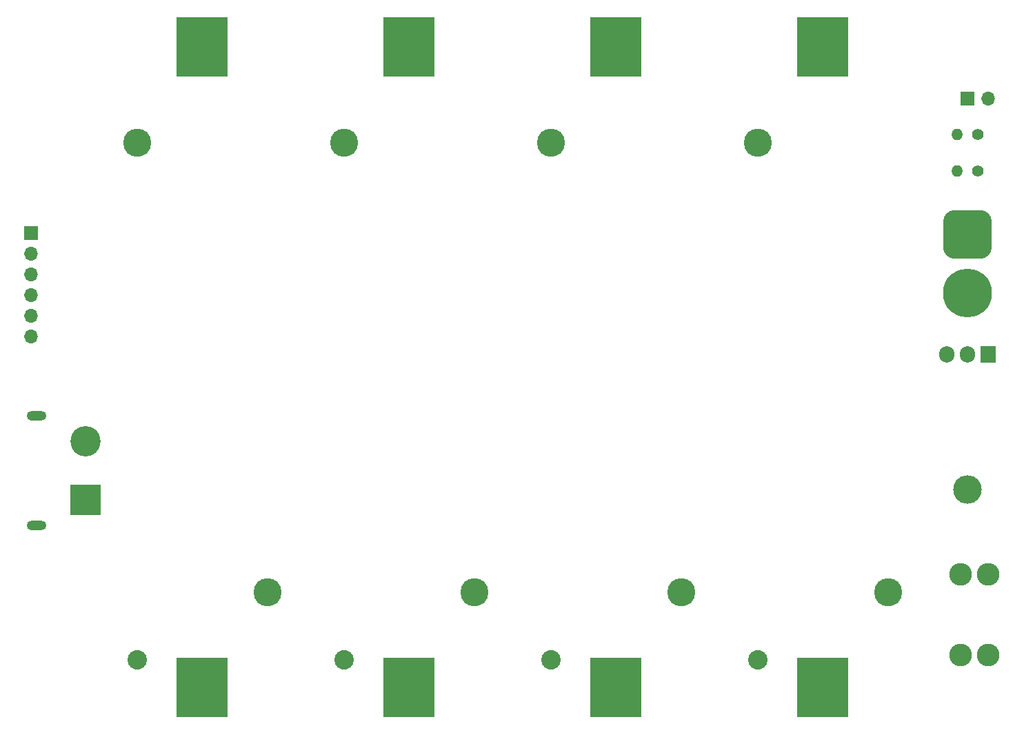
<source format=gbr>
%TF.GenerationSoftware,KiCad,Pcbnew,(6.0.5)*%
%TF.CreationDate,2022-05-14T14:58:19-07:00*%
%TF.ProjectId,li-ion-horn,6c692d69-6f6e-42d6-986f-726e2e6b6963,rev?*%
%TF.SameCoordinates,Original*%
%TF.FileFunction,Soldermask,Top*%
%TF.FilePolarity,Negative*%
%FSLAX46Y46*%
G04 Gerber Fmt 4.6, Leading zero omitted, Abs format (unit mm)*
G04 Created by KiCad (PCBNEW (6.0.5)) date 2022-05-14 14:58:19*
%MOMM*%
%LPD*%
G01*
G04 APERTURE LIST*
G04 Aperture macros list*
%AMRoundRect*
0 Rectangle with rounded corners*
0 $1 Rounding radius*
0 $2 $3 $4 $5 $6 $7 $8 $9 X,Y pos of 4 corners*
0 Add a 4 corners polygon primitive as box body*
4,1,4,$2,$3,$4,$5,$6,$7,$8,$9,$2,$3,0*
0 Add four circle primitives for the rounded corners*
1,1,$1+$1,$2,$3*
1,1,$1+$1,$4,$5*
1,1,$1+$1,$6,$7*
1,1,$1+$1,$8,$9*
0 Add four rect primitives between the rounded corners*
20,1,$1+$1,$2,$3,$4,$5,0*
20,1,$1+$1,$4,$5,$6,$7,0*
20,1,$1+$1,$6,$7,$8,$9,0*
20,1,$1+$1,$8,$9,$2,$3,0*%
G04 Aperture macros list end*
%ADD10R,1.700000X1.700000*%
%ADD11O,1.700000X1.700000*%
%ADD12C,2.390000*%
%ADD13C,3.450000*%
%ADD14R,6.350000X7.340000*%
%ADD15C,2.780000*%
%ADD16C,1.400000*%
%ADD17O,1.400000X1.400000*%
%ADD18O,3.500000X3.500000*%
%ADD19R,1.905000X2.000000*%
%ADD20O,1.905000X2.000000*%
%ADD21RoundRect,1.500000X-1.500000X1.500000X-1.500000X-1.500000X1.500000X-1.500000X1.500000X1.500000X0*%
%ADD22C,6.000000*%
%ADD23R,3.716000X3.716000*%
%ADD24C,3.716000*%
%ADD25O,2.400000X1.200000*%
G04 APERTURE END LIST*
D10*
%TO.C,SW1*%
X170180000Y-68580000D03*
D11*
X172720000Y-68580000D03*
%TD*%
D12*
%TO.C,BT4*%
X144400000Y-137530000D03*
D13*
X144400000Y-74000000D03*
X160400000Y-129200000D03*
D14*
X152400000Y-140930000D03*
X152400000Y-62270000D03*
%TD*%
D10*
%TO.C,J1*%
X55200000Y-85115000D03*
D11*
X55200000Y-87655000D03*
X55200000Y-90195000D03*
X55200000Y-92735000D03*
X55200000Y-95275000D03*
X55200000Y-97815000D03*
%TD*%
D12*
%TO.C,BT1*%
X68200000Y-137530000D03*
D13*
X68200000Y-74000000D03*
X84200000Y-129200000D03*
D14*
X76200000Y-140930000D03*
X76200000Y-62270000D03*
%TD*%
D15*
%TO.C,F1*%
X172720000Y-127000000D03*
X169320000Y-127000000D03*
X172720000Y-136920000D03*
X169320000Y-136920000D03*
%TD*%
D16*
%TO.C,R2*%
X171400000Y-77470000D03*
D17*
X168860000Y-77470000D03*
%TD*%
D13*
%TO.C,BT2*%
X109600000Y-129200000D03*
D12*
X93600000Y-137530000D03*
D13*
X93600000Y-74000000D03*
D14*
X101600000Y-140930000D03*
X101600000Y-62270000D03*
%TD*%
D16*
%TO.C,R1*%
X171450000Y-73025000D03*
D17*
X168910000Y-73025000D03*
%TD*%
D18*
%TO.C,Q1*%
X170180000Y-116650000D03*
D19*
X172720000Y-99990000D03*
D20*
X170180000Y-99990000D03*
X167640000Y-99990000D03*
%TD*%
D21*
%TO.C,J3*%
X170180000Y-85300000D03*
D22*
X170180000Y-92500000D03*
%TD*%
D23*
%TO.C,J2*%
X61880000Y-117900000D03*
D24*
X61880000Y-110700000D03*
D25*
X55880000Y-121050000D03*
X55880000Y-107550000D03*
%TD*%
D13*
%TO.C,BT3*%
X119000000Y-74000000D03*
X135000000Y-129200000D03*
D12*
X119000000Y-137530000D03*
D14*
X127000000Y-140930000D03*
X127000000Y-62270000D03*
%TD*%
M02*

</source>
